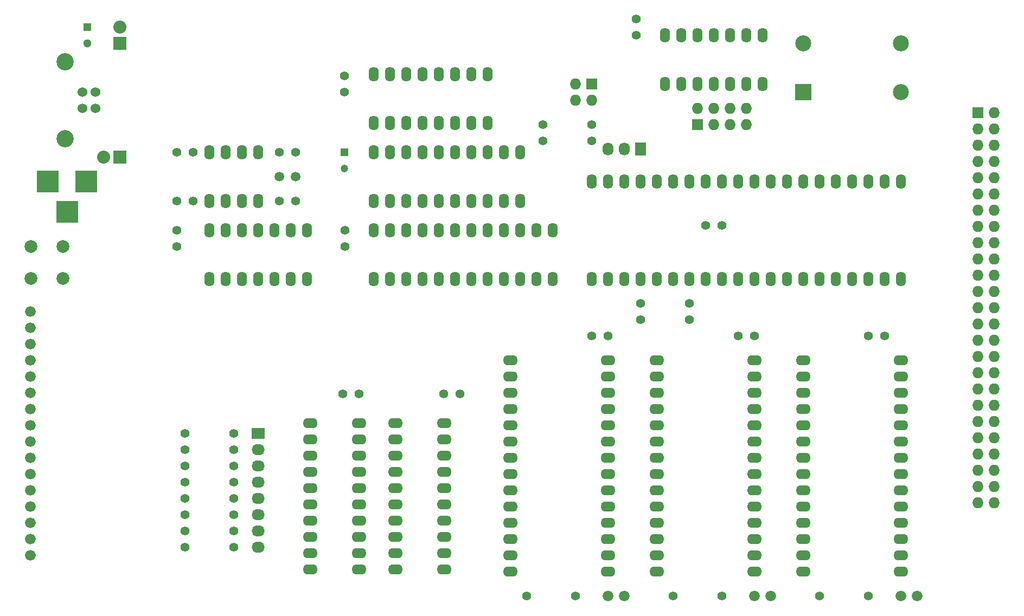
<source format=gbr>
%TF.FileFunction,Soldermask,Top*%
%FSLAX46Y46*%
G04 Gerber Fmt 4.6, Leading zero omitted, Abs format (unit mm)*
G04 Created by KiCad (PCBNEW (2015-03-04 BZR 5473)-product) date Donnerstag, 14. April 2016 'u11' 20:11:53*
%MOMM*%
G01*
G04 APERTURE LIST*
%ADD10C,0.100000*%
%ADD11C,1.397000*%
%ADD12R,1.727200X1.727200*%
%ADD13O,1.727200X1.727200*%
%ADD14C,1.501140*%
%ADD15R,1.727200X2.032000*%
%ADD16O,1.727200X2.032000*%
%ADD17R,2.032000X1.727200*%
%ADD18O,2.032000X1.727200*%
%ADD19C,1.676400*%
%ADD20O,1.600000X2.300000*%
%ADD21R,1.200000X1.200000*%
%ADD22C,1.200000*%
%ADD23C,2.000000*%
%ADD24R,2.499360X2.499360*%
%ADD25C,2.499360*%
%ADD26O,2.300000X1.600000*%
%ADD27C,1.524000*%
%ADD28C,2.700020*%
%ADD29R,3.500120X3.500120*%
%ADD30R,2.032000X2.032000*%
%ADD31O,2.032000X2.032000*%
%ADD32R,1.300000X1.300000*%
%ADD33C,1.300000*%
G04 APERTURE END LIST*
D10*
D11*
X91440000Y-115570000D03*
X99060000Y-115570000D03*
D12*
X215265000Y-65405000D03*
D13*
X217805000Y-65405000D03*
X215265000Y-67945000D03*
X217805000Y-67945000D03*
X215265000Y-70485000D03*
X217805000Y-70485000D03*
X215265000Y-73025000D03*
X217805000Y-73025000D03*
X215265000Y-75565000D03*
X217805000Y-75565000D03*
X215265000Y-78105000D03*
X217805000Y-78105000D03*
X215265000Y-80645000D03*
X217805000Y-80645000D03*
X215265000Y-83185000D03*
X217805000Y-83185000D03*
X215265000Y-85725000D03*
X217805000Y-85725000D03*
X215265000Y-88265000D03*
X217805000Y-88265000D03*
X215265000Y-90805000D03*
X217805000Y-90805000D03*
X215265000Y-93345000D03*
X217805000Y-93345000D03*
X215265000Y-95885000D03*
X217805000Y-95885000D03*
X215265000Y-98425000D03*
X217805000Y-98425000D03*
X215265000Y-100965000D03*
X217805000Y-100965000D03*
X215265000Y-103505000D03*
X217805000Y-103505000D03*
X215265000Y-106045000D03*
X217805000Y-106045000D03*
X215265000Y-108585000D03*
X217805000Y-108585000D03*
X215265000Y-111125000D03*
X217805000Y-111125000D03*
X215265000Y-113665000D03*
X217805000Y-113665000D03*
X215265000Y-116205000D03*
X217805000Y-116205000D03*
X215265000Y-118745000D03*
X217805000Y-118745000D03*
X215265000Y-121285000D03*
X217805000Y-121285000D03*
X215265000Y-123825000D03*
X217805000Y-123825000D03*
X215265000Y-126365000D03*
X217805000Y-126365000D03*
D11*
X172720000Y-83058000D03*
X175260000Y-83058000D03*
D14*
X108712000Y-75438000D03*
X106172000Y-75438000D03*
D11*
X200660000Y-100330000D03*
X198120000Y-100330000D03*
X157480000Y-100330000D03*
X154940000Y-100330000D03*
X116459000Y-83820000D03*
X116459000Y-86360000D03*
X90170000Y-83820000D03*
X90170000Y-86360000D03*
X161925000Y-53340000D03*
X161925000Y-50800000D03*
X131826000Y-109347000D03*
X134366000Y-109347000D03*
X180340000Y-100330000D03*
X177800000Y-100330000D03*
X118618000Y-109347000D03*
X116078000Y-109347000D03*
D12*
X171450000Y-67310000D03*
D13*
X171450000Y-64770000D03*
X173990000Y-67310000D03*
X173990000Y-64770000D03*
X176530000Y-67310000D03*
X176530000Y-64770000D03*
X179070000Y-67310000D03*
X179070000Y-64770000D03*
D15*
X162560000Y-71120000D03*
D16*
X160020000Y-71120000D03*
X157480000Y-71120000D03*
D12*
X154940000Y-60960000D03*
D13*
X154940000Y-63500000D03*
X152400000Y-60960000D03*
X152400000Y-63500000D03*
D11*
X170180000Y-97790000D03*
X162560000Y-97790000D03*
X170180000Y-95250000D03*
X162560000Y-95250000D03*
X154940000Y-69850000D03*
X147320000Y-69850000D03*
X147320000Y-67310000D03*
X154940000Y-67310000D03*
X92710000Y-71628000D03*
X92710000Y-79248000D03*
X116332000Y-59690000D03*
X116332000Y-62230000D03*
D17*
X102870000Y-115570000D03*
D18*
X102870000Y-118110000D03*
X102870000Y-120650000D03*
X102870000Y-123190000D03*
X102870000Y-125730000D03*
X102870000Y-128270000D03*
X102870000Y-130810000D03*
X102870000Y-133350000D03*
D11*
X106172000Y-79248000D03*
X108712000Y-79248000D03*
X106172000Y-71628000D03*
X108712000Y-71628000D03*
X90170000Y-71628000D03*
X90170000Y-79248000D03*
D19*
X157480000Y-140970000D03*
X160020000Y-140970000D03*
X203200000Y-140970000D03*
X205740000Y-140970000D03*
X180340000Y-140970000D03*
X182880000Y-140970000D03*
D11*
X152400000Y-140970000D03*
X144780000Y-140970000D03*
X198120000Y-140970000D03*
X190500000Y-140970000D03*
X175260000Y-140970000D03*
X167640000Y-140970000D03*
D19*
X67310000Y-96520000D03*
X67310000Y-99060000D03*
X67310000Y-101600000D03*
X67310000Y-104140000D03*
X67310000Y-106680000D03*
X67310000Y-109220000D03*
X67310000Y-111760000D03*
X67310000Y-114300000D03*
X67310000Y-116840000D03*
X67310000Y-119380000D03*
X67310000Y-121920000D03*
X67310000Y-124460000D03*
X67310000Y-127000000D03*
X67310000Y-129540000D03*
X67310000Y-132080000D03*
X67310000Y-134620000D03*
D11*
X91440000Y-118110000D03*
X99060000Y-118110000D03*
X91440000Y-120650000D03*
X99060000Y-120650000D03*
X91440000Y-123190000D03*
X99060000Y-123190000D03*
X91440000Y-125730000D03*
X99060000Y-125730000D03*
X91440000Y-128270000D03*
X99060000Y-128270000D03*
X91440000Y-130810000D03*
X99060000Y-130810000D03*
X91440000Y-133350000D03*
X99060000Y-133350000D03*
D20*
X120904000Y-79248000D03*
X123444000Y-79248000D03*
X125984000Y-79248000D03*
X128524000Y-79248000D03*
X131064000Y-79248000D03*
X133604000Y-79248000D03*
X136144000Y-79248000D03*
X138684000Y-79248000D03*
X141224000Y-79248000D03*
X143764000Y-79248000D03*
X143764000Y-71628000D03*
X141224000Y-71628000D03*
X138684000Y-71628000D03*
X136144000Y-71628000D03*
X133604000Y-71628000D03*
X131064000Y-71628000D03*
X128524000Y-71628000D03*
X125984000Y-71628000D03*
X123444000Y-71628000D03*
X120904000Y-71628000D03*
X120904000Y-67056000D03*
X123444000Y-67056000D03*
X125984000Y-67056000D03*
X128524000Y-67056000D03*
X131064000Y-67056000D03*
X133604000Y-67056000D03*
X136144000Y-67056000D03*
X138684000Y-67056000D03*
X138684000Y-59436000D03*
X136144000Y-59436000D03*
X133604000Y-59436000D03*
X131064000Y-59436000D03*
X128524000Y-59436000D03*
X125984000Y-59436000D03*
X123444000Y-59436000D03*
X120904000Y-59436000D03*
D21*
X116332000Y-71628000D03*
D22*
X116332000Y-74128000D03*
D23*
X72390000Y-86360000D03*
X72390000Y-91360000D03*
X67390000Y-91360000D03*
X67390000Y-86360000D03*
D20*
X154940000Y-91440000D03*
X157480000Y-91440000D03*
X160020000Y-91440000D03*
X162560000Y-91440000D03*
X165100000Y-91440000D03*
X167640000Y-91440000D03*
X170180000Y-91440000D03*
X172720000Y-91440000D03*
X175260000Y-91440000D03*
X177800000Y-91440000D03*
X180340000Y-91440000D03*
X182880000Y-91440000D03*
X185420000Y-91440000D03*
X187960000Y-91440000D03*
X190500000Y-91440000D03*
X193040000Y-91440000D03*
X195580000Y-91440000D03*
X198120000Y-91440000D03*
X200660000Y-91440000D03*
X203200000Y-91440000D03*
X203200000Y-76200000D03*
X200660000Y-76200000D03*
X198120000Y-76200000D03*
X195580000Y-76200000D03*
X193040000Y-76200000D03*
X190500000Y-76200000D03*
X187960000Y-76200000D03*
X185420000Y-76200000D03*
X182880000Y-76200000D03*
X180340000Y-76200000D03*
X177800000Y-76200000D03*
X175260000Y-76200000D03*
X172720000Y-76200000D03*
X170180000Y-76200000D03*
X167640000Y-76200000D03*
X165100000Y-76200000D03*
X162560000Y-76200000D03*
X160020000Y-76200000D03*
X157480000Y-76200000D03*
X154940000Y-76200000D03*
X120904000Y-91440000D03*
X123444000Y-91440000D03*
X125984000Y-91440000D03*
X128524000Y-91440000D03*
X131064000Y-91440000D03*
X133604000Y-91440000D03*
X136144000Y-91440000D03*
X138684000Y-91440000D03*
X141224000Y-91440000D03*
X143764000Y-91440000D03*
X146304000Y-91440000D03*
X148844000Y-91440000D03*
X148844000Y-83820000D03*
X146304000Y-83820000D03*
X143764000Y-83820000D03*
X141224000Y-83820000D03*
X138684000Y-83820000D03*
X136144000Y-83820000D03*
X133604000Y-83820000D03*
X131064000Y-83820000D03*
X128524000Y-83820000D03*
X125984000Y-83820000D03*
X123444000Y-83820000D03*
X120904000Y-83820000D03*
D24*
X187960000Y-62230000D03*
D25*
X203200000Y-62230000D03*
X203200000Y-54610000D03*
X187960000Y-54610000D03*
D20*
X166370000Y-60960000D03*
X168910000Y-60960000D03*
X171450000Y-60960000D03*
X173990000Y-60960000D03*
X176530000Y-60960000D03*
X179070000Y-60960000D03*
X181610000Y-60960000D03*
X181610000Y-53340000D03*
X179070000Y-53340000D03*
X176530000Y-53340000D03*
X173990000Y-53340000D03*
X171450000Y-53340000D03*
X168910000Y-53340000D03*
X166370000Y-53340000D03*
X95250000Y-79248000D03*
X97790000Y-79248000D03*
X100330000Y-79248000D03*
X102870000Y-79248000D03*
X102870000Y-71628000D03*
X100330000Y-71628000D03*
X97790000Y-71628000D03*
X95250000Y-71628000D03*
X95250000Y-91440000D03*
X97790000Y-91440000D03*
X100330000Y-91440000D03*
X102870000Y-91440000D03*
X105410000Y-91440000D03*
X107950000Y-91440000D03*
X110490000Y-91440000D03*
X110490000Y-83820000D03*
X107950000Y-83820000D03*
X105410000Y-83820000D03*
X102870000Y-83820000D03*
X100330000Y-83820000D03*
X97790000Y-83820000D03*
X95250000Y-83820000D03*
D26*
X110998000Y-113919000D03*
X110998000Y-116459000D03*
X110998000Y-118999000D03*
X110998000Y-121539000D03*
X110998000Y-124079000D03*
X110998000Y-126619000D03*
X110998000Y-129159000D03*
X110998000Y-131699000D03*
X110998000Y-134239000D03*
X110998000Y-136779000D03*
X118618000Y-136779000D03*
X118618000Y-134239000D03*
X118618000Y-131699000D03*
X118618000Y-129159000D03*
X118618000Y-126619000D03*
X118618000Y-124079000D03*
X118618000Y-121539000D03*
X118618000Y-118999000D03*
X118618000Y-116459000D03*
X118618000Y-113919000D03*
X124333000Y-113919000D03*
X124333000Y-116459000D03*
X124333000Y-118999000D03*
X124333000Y-121539000D03*
X124333000Y-124079000D03*
X124333000Y-126619000D03*
X124333000Y-129159000D03*
X124333000Y-131699000D03*
X124333000Y-134239000D03*
X124333000Y-136779000D03*
X131953000Y-136779000D03*
X131953000Y-134239000D03*
X131953000Y-131699000D03*
X131953000Y-129159000D03*
X131953000Y-126619000D03*
X131953000Y-124079000D03*
X131953000Y-121539000D03*
X131953000Y-118999000D03*
X131953000Y-116459000D03*
X131953000Y-113919000D03*
X142240000Y-104140000D03*
X142240000Y-106680000D03*
X142240000Y-109220000D03*
X142240000Y-111760000D03*
X142240000Y-114300000D03*
X142240000Y-116840000D03*
X142240000Y-119380000D03*
X142240000Y-121920000D03*
X142240000Y-124460000D03*
X142240000Y-127000000D03*
X142240000Y-129540000D03*
X142240000Y-132080000D03*
X142240000Y-134620000D03*
X142240000Y-137160000D03*
X157480000Y-137160000D03*
X157480000Y-134620000D03*
X157480000Y-132080000D03*
X157480000Y-129540000D03*
X157480000Y-127000000D03*
X157480000Y-124460000D03*
X157480000Y-121920000D03*
X157480000Y-119380000D03*
X157480000Y-116840000D03*
X157480000Y-114300000D03*
X157480000Y-111760000D03*
X157480000Y-109220000D03*
X157480000Y-106680000D03*
X157480000Y-104140000D03*
X165100000Y-104140000D03*
X165100000Y-106680000D03*
X165100000Y-109220000D03*
X165100000Y-111760000D03*
X165100000Y-114300000D03*
X165100000Y-116840000D03*
X165100000Y-119380000D03*
X165100000Y-121920000D03*
X165100000Y-124460000D03*
X165100000Y-127000000D03*
X165100000Y-129540000D03*
X165100000Y-132080000D03*
X165100000Y-134620000D03*
X165100000Y-137160000D03*
X180340000Y-137160000D03*
X180340000Y-134620000D03*
X180340000Y-132080000D03*
X180340000Y-129540000D03*
X180340000Y-127000000D03*
X180340000Y-124460000D03*
X180340000Y-121920000D03*
X180340000Y-119380000D03*
X180340000Y-116840000D03*
X180340000Y-114300000D03*
X180340000Y-111760000D03*
X180340000Y-109220000D03*
X180340000Y-106680000D03*
X180340000Y-104140000D03*
X187960000Y-104140000D03*
X187960000Y-106680000D03*
X187960000Y-109220000D03*
X187960000Y-111760000D03*
X187960000Y-114300000D03*
X187960000Y-116840000D03*
X187960000Y-119380000D03*
X187960000Y-121920000D03*
X187960000Y-124460000D03*
X187960000Y-127000000D03*
X187960000Y-129540000D03*
X187960000Y-132080000D03*
X187960000Y-134620000D03*
X187960000Y-137160000D03*
X203200000Y-137160000D03*
X203200000Y-134620000D03*
X203200000Y-132080000D03*
X203200000Y-129540000D03*
X203200000Y-127000000D03*
X203200000Y-124460000D03*
X203200000Y-121920000D03*
X203200000Y-119380000D03*
X203200000Y-116840000D03*
X203200000Y-114300000D03*
X203200000Y-111760000D03*
X203200000Y-109220000D03*
X203200000Y-106680000D03*
X203200000Y-104140000D03*
D27*
X77470000Y-62230000D03*
X77470000Y-64770000D03*
X75471020Y-64770000D03*
X75471020Y-62230000D03*
D28*
X72771000Y-57500520D03*
X72771000Y-69499480D03*
D29*
X76050140Y-76200000D03*
X70050660Y-76200000D03*
X73050400Y-80899000D03*
D30*
X81280000Y-72390000D03*
D31*
X78740000Y-72390000D03*
D30*
X81280000Y-54610000D03*
D31*
X81280000Y-52070000D03*
D32*
X76200000Y-52070000D03*
D33*
X76200000Y-54570000D03*
M02*

</source>
